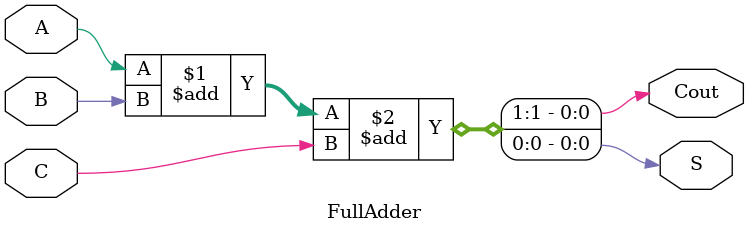
<source format=v>
module FullAdder(input A, input B, input C, output S, output Cout);

assign {Cout, S} = A + B + C;

endmodule
</source>
